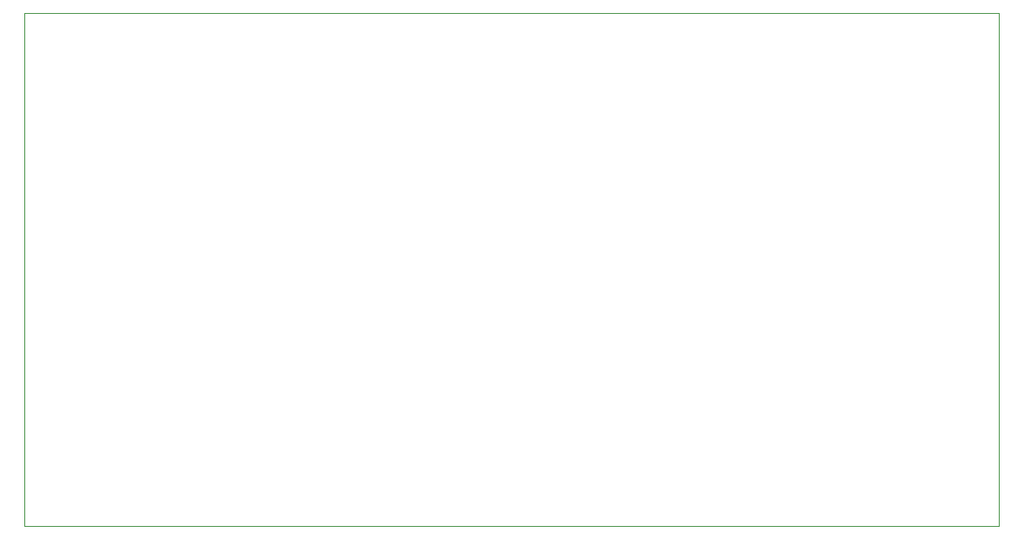
<source format=gbr>
%TF.GenerationSoftware,KiCad,Pcbnew,9.0.3*%
%TF.CreationDate,2025-12-03T20:13:16+05:30*%
%TF.ProjectId,cpm_vehicle_pcb,63706d5f-7665-4686-9963-6c655f706362,rev?*%
%TF.SameCoordinates,Original*%
%TF.FileFunction,Profile,NP*%
%FSLAX46Y46*%
G04 Gerber Fmt 4.6, Leading zero omitted, Abs format (unit mm)*
G04 Created by KiCad (PCBNEW 9.0.3) date 2025-12-03 20:13:16*
%MOMM*%
%LPD*%
G01*
G04 APERTURE LIST*
%TA.AperFunction,Profile*%
%ADD10C,0.050000*%
%TD*%
G04 APERTURE END LIST*
D10*
X92000000Y-42000000D02*
X187000000Y-42000000D01*
X187000000Y-92000000D01*
X92000000Y-92000000D01*
X92000000Y-42000000D01*
M02*

</source>
